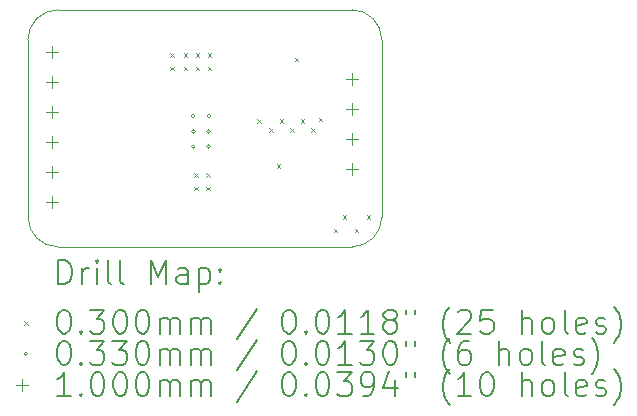
<source format=gbr>
%TF.GenerationSoftware,KiCad,Pcbnew,8.0.5*%
%TF.CreationDate,2024-10-21T19:45:32-04:00*%
%TF.ProjectId,DRV8871_PCB,44525638-3837-4315-9f50-43422e6b6963,rev?*%
%TF.SameCoordinates,Original*%
%TF.FileFunction,Drillmap*%
%TF.FilePolarity,Positive*%
%FSLAX45Y45*%
G04 Gerber Fmt 4.5, Leading zero omitted, Abs format (unit mm)*
G04 Created by KiCad (PCBNEW 8.0.5) date 2024-10-21 19:45:32*
%MOMM*%
%LPD*%
G01*
G04 APERTURE LIST*
%ADD10C,0.050000*%
%ADD11C,0.200000*%
%ADD12C,0.100000*%
G04 APERTURE END LIST*
D10*
X2997200Y-1752600D02*
G75*
G02*
X2743200Y-2006600I-254000J0D01*
G01*
X0Y-1752600D02*
X0Y-254000D01*
X254000Y-2006600D02*
G75*
G02*
X0Y-1752600I0J254000D01*
G01*
X0Y-254000D02*
G75*
G02*
X254000Y0I254000J0D01*
G01*
X254000Y0D02*
X2743200Y0D01*
X2997200Y-254000D02*
X2997200Y-1752600D01*
X2743200Y-2006600D02*
X254000Y-2006600D01*
X2743200Y0D02*
G75*
G02*
X2997200Y-254000I0J-254000D01*
G01*
D11*
D12*
X1204200Y-366000D02*
X1234200Y-396000D01*
X1234200Y-366000D02*
X1204200Y-396000D01*
X1204200Y-480300D02*
X1234200Y-510300D01*
X1234200Y-480300D02*
X1204200Y-510300D01*
X1318500Y-366000D02*
X1348500Y-396000D01*
X1348500Y-366000D02*
X1318500Y-396000D01*
X1318500Y-480300D02*
X1348500Y-510300D01*
X1348500Y-480300D02*
X1318500Y-510300D01*
X1407400Y-1382000D02*
X1437400Y-1412000D01*
X1437400Y-1382000D02*
X1407400Y-1412000D01*
X1407400Y-1496300D02*
X1437400Y-1526300D01*
X1437400Y-1496300D02*
X1407400Y-1526300D01*
X1420100Y-366000D02*
X1450100Y-396000D01*
X1450100Y-366000D02*
X1420100Y-396000D01*
X1420100Y-480300D02*
X1450100Y-510300D01*
X1450100Y-480300D02*
X1420100Y-510300D01*
X1509000Y-1382000D02*
X1539000Y-1412000D01*
X1539000Y-1382000D02*
X1509000Y-1412000D01*
X1509000Y-1496300D02*
X1539000Y-1526300D01*
X1539000Y-1496300D02*
X1509000Y-1526300D01*
X1521700Y-366000D02*
X1551700Y-396000D01*
X1551700Y-366000D02*
X1521700Y-396000D01*
X1521700Y-480300D02*
X1551700Y-510300D01*
X1551700Y-480300D02*
X1521700Y-510300D01*
X1940800Y-924800D02*
X1970800Y-954800D01*
X1970800Y-924800D02*
X1940800Y-954800D01*
X2042400Y-1001000D02*
X2072400Y-1031000D01*
X2072400Y-1001000D02*
X2042400Y-1031000D01*
X2105900Y-1305800D02*
X2135900Y-1335800D01*
X2135900Y-1305800D02*
X2105900Y-1335800D01*
X2131300Y-924800D02*
X2161300Y-954800D01*
X2161300Y-924800D02*
X2131300Y-954800D01*
X2220200Y-1001000D02*
X2250200Y-1031000D01*
X2250200Y-1001000D02*
X2220200Y-1031000D01*
X2258300Y-404100D02*
X2288300Y-434100D01*
X2288300Y-404100D02*
X2258300Y-434100D01*
X2309100Y-924800D02*
X2339100Y-954800D01*
X2339100Y-924800D02*
X2309100Y-954800D01*
X2398000Y-1001000D02*
X2428000Y-1031000D01*
X2428000Y-1001000D02*
X2398000Y-1031000D01*
X2461500Y-912100D02*
X2491500Y-942100D01*
X2491500Y-912100D02*
X2461500Y-942100D01*
X2588500Y-1851900D02*
X2618500Y-1881900D01*
X2618500Y-1851900D02*
X2588500Y-1881900D01*
X2664700Y-1737600D02*
X2694700Y-1767600D01*
X2694700Y-1737600D02*
X2664700Y-1767600D01*
X2766300Y-1851900D02*
X2796300Y-1881900D01*
X2796300Y-1851900D02*
X2766300Y-1881900D01*
X2867900Y-1737600D02*
X2897900Y-1767600D01*
X2897900Y-1737600D02*
X2867900Y-1767600D01*
X1416600Y-898700D02*
G75*
G02*
X1383600Y-898700I-16500J0D01*
G01*
X1383600Y-898700D02*
G75*
G02*
X1416600Y-898700I16500J0D01*
G01*
X1416600Y-1028700D02*
G75*
G02*
X1383600Y-1028700I-16500J0D01*
G01*
X1383600Y-1028700D02*
G75*
G02*
X1416600Y-1028700I16500J0D01*
G01*
X1416600Y-1158700D02*
G75*
G02*
X1383600Y-1158700I-16500J0D01*
G01*
X1383600Y-1158700D02*
G75*
G02*
X1416600Y-1158700I16500J0D01*
G01*
X1546600Y-898700D02*
G75*
G02*
X1513600Y-898700I-16500J0D01*
G01*
X1513600Y-898700D02*
G75*
G02*
X1546600Y-898700I16500J0D01*
G01*
X1546600Y-1028700D02*
G75*
G02*
X1513600Y-1028700I-16500J0D01*
G01*
X1513600Y-1028700D02*
G75*
G02*
X1546600Y-1028700I16500J0D01*
G01*
X1546600Y-1158700D02*
G75*
G02*
X1513600Y-1158700I-16500J0D01*
G01*
X1513600Y-1158700D02*
G75*
G02*
X1546600Y-1158700I16500J0D01*
G01*
X203200Y-305600D02*
X203200Y-405600D01*
X153200Y-355600D02*
X253200Y-355600D01*
X203200Y-559600D02*
X203200Y-659600D01*
X153200Y-609600D02*
X253200Y-609600D01*
X203200Y-813600D02*
X203200Y-913600D01*
X153200Y-863600D02*
X253200Y-863600D01*
X203200Y-1067600D02*
X203200Y-1167600D01*
X153200Y-1117600D02*
X253200Y-1117600D01*
X203200Y-1321600D02*
X203200Y-1421600D01*
X153200Y-1371600D02*
X253200Y-1371600D01*
X203200Y-1575600D02*
X203200Y-1675600D01*
X153200Y-1625600D02*
X253200Y-1625600D01*
X2743200Y-533200D02*
X2743200Y-633200D01*
X2693200Y-583200D02*
X2793200Y-583200D01*
X2743200Y-787200D02*
X2743200Y-887200D01*
X2693200Y-837200D02*
X2793200Y-837200D01*
X2743200Y-1041200D02*
X2743200Y-1141200D01*
X2693200Y-1091200D02*
X2793200Y-1091200D01*
X2743200Y-1295200D02*
X2743200Y-1395200D01*
X2693200Y-1345200D02*
X2793200Y-1345200D01*
D11*
X258277Y-2320584D02*
X258277Y-2120584D01*
X258277Y-2120584D02*
X305896Y-2120584D01*
X305896Y-2120584D02*
X334467Y-2130108D01*
X334467Y-2130108D02*
X353515Y-2149155D01*
X353515Y-2149155D02*
X363039Y-2168203D01*
X363039Y-2168203D02*
X372562Y-2206298D01*
X372562Y-2206298D02*
X372562Y-2234870D01*
X372562Y-2234870D02*
X363039Y-2272965D01*
X363039Y-2272965D02*
X353515Y-2292012D01*
X353515Y-2292012D02*
X334467Y-2311060D01*
X334467Y-2311060D02*
X305896Y-2320584D01*
X305896Y-2320584D02*
X258277Y-2320584D01*
X458277Y-2320584D02*
X458277Y-2187250D01*
X458277Y-2225346D02*
X467801Y-2206298D01*
X467801Y-2206298D02*
X477324Y-2196774D01*
X477324Y-2196774D02*
X496372Y-2187250D01*
X496372Y-2187250D02*
X515420Y-2187250D01*
X582086Y-2320584D02*
X582086Y-2187250D01*
X582086Y-2120584D02*
X572563Y-2130108D01*
X572563Y-2130108D02*
X582086Y-2139631D01*
X582086Y-2139631D02*
X591610Y-2130108D01*
X591610Y-2130108D02*
X582086Y-2120584D01*
X582086Y-2120584D02*
X582086Y-2139631D01*
X705896Y-2320584D02*
X686848Y-2311060D01*
X686848Y-2311060D02*
X677324Y-2292012D01*
X677324Y-2292012D02*
X677324Y-2120584D01*
X810658Y-2320584D02*
X791610Y-2311060D01*
X791610Y-2311060D02*
X782086Y-2292012D01*
X782086Y-2292012D02*
X782086Y-2120584D01*
X1039229Y-2320584D02*
X1039229Y-2120584D01*
X1039229Y-2120584D02*
X1105896Y-2263441D01*
X1105896Y-2263441D02*
X1172563Y-2120584D01*
X1172563Y-2120584D02*
X1172563Y-2320584D01*
X1353515Y-2320584D02*
X1353515Y-2215822D01*
X1353515Y-2215822D02*
X1343991Y-2196774D01*
X1343991Y-2196774D02*
X1324944Y-2187250D01*
X1324944Y-2187250D02*
X1286848Y-2187250D01*
X1286848Y-2187250D02*
X1267801Y-2196774D01*
X1353515Y-2311060D02*
X1334467Y-2320584D01*
X1334467Y-2320584D02*
X1286848Y-2320584D01*
X1286848Y-2320584D02*
X1267801Y-2311060D01*
X1267801Y-2311060D02*
X1258277Y-2292012D01*
X1258277Y-2292012D02*
X1258277Y-2272965D01*
X1258277Y-2272965D02*
X1267801Y-2253917D01*
X1267801Y-2253917D02*
X1286848Y-2244393D01*
X1286848Y-2244393D02*
X1334467Y-2244393D01*
X1334467Y-2244393D02*
X1353515Y-2234870D01*
X1448753Y-2187250D02*
X1448753Y-2387250D01*
X1448753Y-2196774D02*
X1467801Y-2187250D01*
X1467801Y-2187250D02*
X1505896Y-2187250D01*
X1505896Y-2187250D02*
X1524943Y-2196774D01*
X1524943Y-2196774D02*
X1534467Y-2206298D01*
X1534467Y-2206298D02*
X1543991Y-2225346D01*
X1543991Y-2225346D02*
X1543991Y-2282489D01*
X1543991Y-2282489D02*
X1534467Y-2301536D01*
X1534467Y-2301536D02*
X1524943Y-2311060D01*
X1524943Y-2311060D02*
X1505896Y-2320584D01*
X1505896Y-2320584D02*
X1467801Y-2320584D01*
X1467801Y-2320584D02*
X1448753Y-2311060D01*
X1629705Y-2301536D02*
X1639229Y-2311060D01*
X1639229Y-2311060D02*
X1629705Y-2320584D01*
X1629705Y-2320584D02*
X1620182Y-2311060D01*
X1620182Y-2311060D02*
X1629705Y-2301536D01*
X1629705Y-2301536D02*
X1629705Y-2320584D01*
X1629705Y-2196774D02*
X1639229Y-2206298D01*
X1639229Y-2206298D02*
X1629705Y-2215822D01*
X1629705Y-2215822D02*
X1620182Y-2206298D01*
X1620182Y-2206298D02*
X1629705Y-2196774D01*
X1629705Y-2196774D02*
X1629705Y-2215822D01*
D12*
X-32500Y-2634100D02*
X-2500Y-2664100D01*
X-2500Y-2634100D02*
X-32500Y-2664100D01*
D11*
X296372Y-2540584D02*
X315420Y-2540584D01*
X315420Y-2540584D02*
X334467Y-2550108D01*
X334467Y-2550108D02*
X343991Y-2559631D01*
X343991Y-2559631D02*
X353515Y-2578679D01*
X353515Y-2578679D02*
X363039Y-2616774D01*
X363039Y-2616774D02*
X363039Y-2664393D01*
X363039Y-2664393D02*
X353515Y-2702489D01*
X353515Y-2702489D02*
X343991Y-2721536D01*
X343991Y-2721536D02*
X334467Y-2731060D01*
X334467Y-2731060D02*
X315420Y-2740584D01*
X315420Y-2740584D02*
X296372Y-2740584D01*
X296372Y-2740584D02*
X277324Y-2731060D01*
X277324Y-2731060D02*
X267801Y-2721536D01*
X267801Y-2721536D02*
X258277Y-2702489D01*
X258277Y-2702489D02*
X248753Y-2664393D01*
X248753Y-2664393D02*
X248753Y-2616774D01*
X248753Y-2616774D02*
X258277Y-2578679D01*
X258277Y-2578679D02*
X267801Y-2559631D01*
X267801Y-2559631D02*
X277324Y-2550108D01*
X277324Y-2550108D02*
X296372Y-2540584D01*
X448753Y-2721536D02*
X458277Y-2731060D01*
X458277Y-2731060D02*
X448753Y-2740584D01*
X448753Y-2740584D02*
X439229Y-2731060D01*
X439229Y-2731060D02*
X448753Y-2721536D01*
X448753Y-2721536D02*
X448753Y-2740584D01*
X524944Y-2540584D02*
X648753Y-2540584D01*
X648753Y-2540584D02*
X582086Y-2616774D01*
X582086Y-2616774D02*
X610658Y-2616774D01*
X610658Y-2616774D02*
X629705Y-2626298D01*
X629705Y-2626298D02*
X639229Y-2635822D01*
X639229Y-2635822D02*
X648753Y-2654870D01*
X648753Y-2654870D02*
X648753Y-2702489D01*
X648753Y-2702489D02*
X639229Y-2721536D01*
X639229Y-2721536D02*
X629705Y-2731060D01*
X629705Y-2731060D02*
X610658Y-2740584D01*
X610658Y-2740584D02*
X553515Y-2740584D01*
X553515Y-2740584D02*
X534467Y-2731060D01*
X534467Y-2731060D02*
X524944Y-2721536D01*
X772562Y-2540584D02*
X791610Y-2540584D01*
X791610Y-2540584D02*
X810658Y-2550108D01*
X810658Y-2550108D02*
X820182Y-2559631D01*
X820182Y-2559631D02*
X829705Y-2578679D01*
X829705Y-2578679D02*
X839229Y-2616774D01*
X839229Y-2616774D02*
X839229Y-2664393D01*
X839229Y-2664393D02*
X829705Y-2702489D01*
X829705Y-2702489D02*
X820182Y-2721536D01*
X820182Y-2721536D02*
X810658Y-2731060D01*
X810658Y-2731060D02*
X791610Y-2740584D01*
X791610Y-2740584D02*
X772562Y-2740584D01*
X772562Y-2740584D02*
X753515Y-2731060D01*
X753515Y-2731060D02*
X743991Y-2721536D01*
X743991Y-2721536D02*
X734467Y-2702489D01*
X734467Y-2702489D02*
X724943Y-2664393D01*
X724943Y-2664393D02*
X724943Y-2616774D01*
X724943Y-2616774D02*
X734467Y-2578679D01*
X734467Y-2578679D02*
X743991Y-2559631D01*
X743991Y-2559631D02*
X753515Y-2550108D01*
X753515Y-2550108D02*
X772562Y-2540584D01*
X963039Y-2540584D02*
X982086Y-2540584D01*
X982086Y-2540584D02*
X1001134Y-2550108D01*
X1001134Y-2550108D02*
X1010658Y-2559631D01*
X1010658Y-2559631D02*
X1020182Y-2578679D01*
X1020182Y-2578679D02*
X1029705Y-2616774D01*
X1029705Y-2616774D02*
X1029705Y-2664393D01*
X1029705Y-2664393D02*
X1020182Y-2702489D01*
X1020182Y-2702489D02*
X1010658Y-2721536D01*
X1010658Y-2721536D02*
X1001134Y-2731060D01*
X1001134Y-2731060D02*
X982086Y-2740584D01*
X982086Y-2740584D02*
X963039Y-2740584D01*
X963039Y-2740584D02*
X943991Y-2731060D01*
X943991Y-2731060D02*
X934467Y-2721536D01*
X934467Y-2721536D02*
X924943Y-2702489D01*
X924943Y-2702489D02*
X915420Y-2664393D01*
X915420Y-2664393D02*
X915420Y-2616774D01*
X915420Y-2616774D02*
X924943Y-2578679D01*
X924943Y-2578679D02*
X934467Y-2559631D01*
X934467Y-2559631D02*
X943991Y-2550108D01*
X943991Y-2550108D02*
X963039Y-2540584D01*
X1115420Y-2740584D02*
X1115420Y-2607250D01*
X1115420Y-2626298D02*
X1124944Y-2616774D01*
X1124944Y-2616774D02*
X1143991Y-2607250D01*
X1143991Y-2607250D02*
X1172563Y-2607250D01*
X1172563Y-2607250D02*
X1191610Y-2616774D01*
X1191610Y-2616774D02*
X1201134Y-2635822D01*
X1201134Y-2635822D02*
X1201134Y-2740584D01*
X1201134Y-2635822D02*
X1210658Y-2616774D01*
X1210658Y-2616774D02*
X1229705Y-2607250D01*
X1229705Y-2607250D02*
X1258277Y-2607250D01*
X1258277Y-2607250D02*
X1277325Y-2616774D01*
X1277325Y-2616774D02*
X1286848Y-2635822D01*
X1286848Y-2635822D02*
X1286848Y-2740584D01*
X1382086Y-2740584D02*
X1382086Y-2607250D01*
X1382086Y-2626298D02*
X1391610Y-2616774D01*
X1391610Y-2616774D02*
X1410658Y-2607250D01*
X1410658Y-2607250D02*
X1439229Y-2607250D01*
X1439229Y-2607250D02*
X1458277Y-2616774D01*
X1458277Y-2616774D02*
X1467801Y-2635822D01*
X1467801Y-2635822D02*
X1467801Y-2740584D01*
X1467801Y-2635822D02*
X1477324Y-2616774D01*
X1477324Y-2616774D02*
X1496372Y-2607250D01*
X1496372Y-2607250D02*
X1524943Y-2607250D01*
X1524943Y-2607250D02*
X1543991Y-2616774D01*
X1543991Y-2616774D02*
X1553515Y-2635822D01*
X1553515Y-2635822D02*
X1553515Y-2740584D01*
X1943991Y-2531060D02*
X1772563Y-2788203D01*
X2201134Y-2540584D02*
X2220182Y-2540584D01*
X2220182Y-2540584D02*
X2239229Y-2550108D01*
X2239229Y-2550108D02*
X2248753Y-2559631D01*
X2248753Y-2559631D02*
X2258277Y-2578679D01*
X2258277Y-2578679D02*
X2267801Y-2616774D01*
X2267801Y-2616774D02*
X2267801Y-2664393D01*
X2267801Y-2664393D02*
X2258277Y-2702489D01*
X2258277Y-2702489D02*
X2248753Y-2721536D01*
X2248753Y-2721536D02*
X2239229Y-2731060D01*
X2239229Y-2731060D02*
X2220182Y-2740584D01*
X2220182Y-2740584D02*
X2201134Y-2740584D01*
X2201134Y-2740584D02*
X2182087Y-2731060D01*
X2182087Y-2731060D02*
X2172563Y-2721536D01*
X2172563Y-2721536D02*
X2163039Y-2702489D01*
X2163039Y-2702489D02*
X2153515Y-2664393D01*
X2153515Y-2664393D02*
X2153515Y-2616774D01*
X2153515Y-2616774D02*
X2163039Y-2578679D01*
X2163039Y-2578679D02*
X2172563Y-2559631D01*
X2172563Y-2559631D02*
X2182087Y-2550108D01*
X2182087Y-2550108D02*
X2201134Y-2540584D01*
X2353515Y-2721536D02*
X2363039Y-2731060D01*
X2363039Y-2731060D02*
X2353515Y-2740584D01*
X2353515Y-2740584D02*
X2343991Y-2731060D01*
X2343991Y-2731060D02*
X2353515Y-2721536D01*
X2353515Y-2721536D02*
X2353515Y-2740584D01*
X2486848Y-2540584D02*
X2505896Y-2540584D01*
X2505896Y-2540584D02*
X2524944Y-2550108D01*
X2524944Y-2550108D02*
X2534468Y-2559631D01*
X2534468Y-2559631D02*
X2543991Y-2578679D01*
X2543991Y-2578679D02*
X2553515Y-2616774D01*
X2553515Y-2616774D02*
X2553515Y-2664393D01*
X2553515Y-2664393D02*
X2543991Y-2702489D01*
X2543991Y-2702489D02*
X2534468Y-2721536D01*
X2534468Y-2721536D02*
X2524944Y-2731060D01*
X2524944Y-2731060D02*
X2505896Y-2740584D01*
X2505896Y-2740584D02*
X2486848Y-2740584D01*
X2486848Y-2740584D02*
X2467801Y-2731060D01*
X2467801Y-2731060D02*
X2458277Y-2721536D01*
X2458277Y-2721536D02*
X2448753Y-2702489D01*
X2448753Y-2702489D02*
X2439229Y-2664393D01*
X2439229Y-2664393D02*
X2439229Y-2616774D01*
X2439229Y-2616774D02*
X2448753Y-2578679D01*
X2448753Y-2578679D02*
X2458277Y-2559631D01*
X2458277Y-2559631D02*
X2467801Y-2550108D01*
X2467801Y-2550108D02*
X2486848Y-2540584D01*
X2743991Y-2740584D02*
X2629706Y-2740584D01*
X2686848Y-2740584D02*
X2686848Y-2540584D01*
X2686848Y-2540584D02*
X2667801Y-2569155D01*
X2667801Y-2569155D02*
X2648753Y-2588203D01*
X2648753Y-2588203D02*
X2629706Y-2597727D01*
X2934467Y-2740584D02*
X2820182Y-2740584D01*
X2877325Y-2740584D02*
X2877325Y-2540584D01*
X2877325Y-2540584D02*
X2858277Y-2569155D01*
X2858277Y-2569155D02*
X2839229Y-2588203D01*
X2839229Y-2588203D02*
X2820182Y-2597727D01*
X3048753Y-2626298D02*
X3029706Y-2616774D01*
X3029706Y-2616774D02*
X3020182Y-2607250D01*
X3020182Y-2607250D02*
X3010658Y-2588203D01*
X3010658Y-2588203D02*
X3010658Y-2578679D01*
X3010658Y-2578679D02*
X3020182Y-2559631D01*
X3020182Y-2559631D02*
X3029706Y-2550108D01*
X3029706Y-2550108D02*
X3048753Y-2540584D01*
X3048753Y-2540584D02*
X3086848Y-2540584D01*
X3086848Y-2540584D02*
X3105896Y-2550108D01*
X3105896Y-2550108D02*
X3115420Y-2559631D01*
X3115420Y-2559631D02*
X3124944Y-2578679D01*
X3124944Y-2578679D02*
X3124944Y-2588203D01*
X3124944Y-2588203D02*
X3115420Y-2607250D01*
X3115420Y-2607250D02*
X3105896Y-2616774D01*
X3105896Y-2616774D02*
X3086848Y-2626298D01*
X3086848Y-2626298D02*
X3048753Y-2626298D01*
X3048753Y-2626298D02*
X3029706Y-2635822D01*
X3029706Y-2635822D02*
X3020182Y-2645346D01*
X3020182Y-2645346D02*
X3010658Y-2664393D01*
X3010658Y-2664393D02*
X3010658Y-2702489D01*
X3010658Y-2702489D02*
X3020182Y-2721536D01*
X3020182Y-2721536D02*
X3029706Y-2731060D01*
X3029706Y-2731060D02*
X3048753Y-2740584D01*
X3048753Y-2740584D02*
X3086848Y-2740584D01*
X3086848Y-2740584D02*
X3105896Y-2731060D01*
X3105896Y-2731060D02*
X3115420Y-2721536D01*
X3115420Y-2721536D02*
X3124944Y-2702489D01*
X3124944Y-2702489D02*
X3124944Y-2664393D01*
X3124944Y-2664393D02*
X3115420Y-2645346D01*
X3115420Y-2645346D02*
X3105896Y-2635822D01*
X3105896Y-2635822D02*
X3086848Y-2626298D01*
X3201134Y-2540584D02*
X3201134Y-2578679D01*
X3277325Y-2540584D02*
X3277325Y-2578679D01*
X3572563Y-2816774D02*
X3563039Y-2807250D01*
X3563039Y-2807250D02*
X3543991Y-2778679D01*
X3543991Y-2778679D02*
X3534468Y-2759631D01*
X3534468Y-2759631D02*
X3524944Y-2731060D01*
X3524944Y-2731060D02*
X3515420Y-2683441D01*
X3515420Y-2683441D02*
X3515420Y-2645346D01*
X3515420Y-2645346D02*
X3524944Y-2597727D01*
X3524944Y-2597727D02*
X3534468Y-2569155D01*
X3534468Y-2569155D02*
X3543991Y-2550108D01*
X3543991Y-2550108D02*
X3563039Y-2521536D01*
X3563039Y-2521536D02*
X3572563Y-2512012D01*
X3639229Y-2559631D02*
X3648753Y-2550108D01*
X3648753Y-2550108D02*
X3667801Y-2540584D01*
X3667801Y-2540584D02*
X3715420Y-2540584D01*
X3715420Y-2540584D02*
X3734468Y-2550108D01*
X3734468Y-2550108D02*
X3743991Y-2559631D01*
X3743991Y-2559631D02*
X3753515Y-2578679D01*
X3753515Y-2578679D02*
X3753515Y-2597727D01*
X3753515Y-2597727D02*
X3743991Y-2626298D01*
X3743991Y-2626298D02*
X3629706Y-2740584D01*
X3629706Y-2740584D02*
X3753515Y-2740584D01*
X3934468Y-2540584D02*
X3839229Y-2540584D01*
X3839229Y-2540584D02*
X3829706Y-2635822D01*
X3829706Y-2635822D02*
X3839229Y-2626298D01*
X3839229Y-2626298D02*
X3858277Y-2616774D01*
X3858277Y-2616774D02*
X3905896Y-2616774D01*
X3905896Y-2616774D02*
X3924944Y-2626298D01*
X3924944Y-2626298D02*
X3934468Y-2635822D01*
X3934468Y-2635822D02*
X3943991Y-2654870D01*
X3943991Y-2654870D02*
X3943991Y-2702489D01*
X3943991Y-2702489D02*
X3934468Y-2721536D01*
X3934468Y-2721536D02*
X3924944Y-2731060D01*
X3924944Y-2731060D02*
X3905896Y-2740584D01*
X3905896Y-2740584D02*
X3858277Y-2740584D01*
X3858277Y-2740584D02*
X3839229Y-2731060D01*
X3839229Y-2731060D02*
X3829706Y-2721536D01*
X4182087Y-2740584D02*
X4182087Y-2540584D01*
X4267801Y-2740584D02*
X4267801Y-2635822D01*
X4267801Y-2635822D02*
X4258277Y-2616774D01*
X4258277Y-2616774D02*
X4239230Y-2607250D01*
X4239230Y-2607250D02*
X4210658Y-2607250D01*
X4210658Y-2607250D02*
X4191610Y-2616774D01*
X4191610Y-2616774D02*
X4182087Y-2626298D01*
X4391611Y-2740584D02*
X4372563Y-2731060D01*
X4372563Y-2731060D02*
X4363039Y-2721536D01*
X4363039Y-2721536D02*
X4353515Y-2702489D01*
X4353515Y-2702489D02*
X4353515Y-2645346D01*
X4353515Y-2645346D02*
X4363039Y-2626298D01*
X4363039Y-2626298D02*
X4372563Y-2616774D01*
X4372563Y-2616774D02*
X4391611Y-2607250D01*
X4391611Y-2607250D02*
X4420182Y-2607250D01*
X4420182Y-2607250D02*
X4439230Y-2616774D01*
X4439230Y-2616774D02*
X4448753Y-2626298D01*
X4448753Y-2626298D02*
X4458277Y-2645346D01*
X4458277Y-2645346D02*
X4458277Y-2702489D01*
X4458277Y-2702489D02*
X4448753Y-2721536D01*
X4448753Y-2721536D02*
X4439230Y-2731060D01*
X4439230Y-2731060D02*
X4420182Y-2740584D01*
X4420182Y-2740584D02*
X4391611Y-2740584D01*
X4572563Y-2740584D02*
X4553515Y-2731060D01*
X4553515Y-2731060D02*
X4543992Y-2712012D01*
X4543992Y-2712012D02*
X4543992Y-2540584D01*
X4724944Y-2731060D02*
X4705896Y-2740584D01*
X4705896Y-2740584D02*
X4667801Y-2740584D01*
X4667801Y-2740584D02*
X4648753Y-2731060D01*
X4648753Y-2731060D02*
X4639230Y-2712012D01*
X4639230Y-2712012D02*
X4639230Y-2635822D01*
X4639230Y-2635822D02*
X4648753Y-2616774D01*
X4648753Y-2616774D02*
X4667801Y-2607250D01*
X4667801Y-2607250D02*
X4705896Y-2607250D01*
X4705896Y-2607250D02*
X4724944Y-2616774D01*
X4724944Y-2616774D02*
X4734468Y-2635822D01*
X4734468Y-2635822D02*
X4734468Y-2654870D01*
X4734468Y-2654870D02*
X4639230Y-2673917D01*
X4810658Y-2731060D02*
X4829706Y-2740584D01*
X4829706Y-2740584D02*
X4867801Y-2740584D01*
X4867801Y-2740584D02*
X4886849Y-2731060D01*
X4886849Y-2731060D02*
X4896373Y-2712012D01*
X4896373Y-2712012D02*
X4896373Y-2702489D01*
X4896373Y-2702489D02*
X4886849Y-2683441D01*
X4886849Y-2683441D02*
X4867801Y-2673917D01*
X4867801Y-2673917D02*
X4839230Y-2673917D01*
X4839230Y-2673917D02*
X4820182Y-2664393D01*
X4820182Y-2664393D02*
X4810658Y-2645346D01*
X4810658Y-2645346D02*
X4810658Y-2635822D01*
X4810658Y-2635822D02*
X4820182Y-2616774D01*
X4820182Y-2616774D02*
X4839230Y-2607250D01*
X4839230Y-2607250D02*
X4867801Y-2607250D01*
X4867801Y-2607250D02*
X4886849Y-2616774D01*
X4963039Y-2816774D02*
X4972563Y-2807250D01*
X4972563Y-2807250D02*
X4991611Y-2778679D01*
X4991611Y-2778679D02*
X5001134Y-2759631D01*
X5001134Y-2759631D02*
X5010658Y-2731060D01*
X5010658Y-2731060D02*
X5020182Y-2683441D01*
X5020182Y-2683441D02*
X5020182Y-2645346D01*
X5020182Y-2645346D02*
X5010658Y-2597727D01*
X5010658Y-2597727D02*
X5001134Y-2569155D01*
X5001134Y-2569155D02*
X4991611Y-2550108D01*
X4991611Y-2550108D02*
X4972563Y-2521536D01*
X4972563Y-2521536D02*
X4963039Y-2512012D01*
D12*
X-2500Y-2913100D02*
G75*
G02*
X-35500Y-2913100I-16500J0D01*
G01*
X-35500Y-2913100D02*
G75*
G02*
X-2500Y-2913100I16500J0D01*
G01*
D11*
X296372Y-2804584D02*
X315420Y-2804584D01*
X315420Y-2804584D02*
X334467Y-2814108D01*
X334467Y-2814108D02*
X343991Y-2823631D01*
X343991Y-2823631D02*
X353515Y-2842679D01*
X353515Y-2842679D02*
X363039Y-2880774D01*
X363039Y-2880774D02*
X363039Y-2928393D01*
X363039Y-2928393D02*
X353515Y-2966488D01*
X353515Y-2966488D02*
X343991Y-2985536D01*
X343991Y-2985536D02*
X334467Y-2995060D01*
X334467Y-2995060D02*
X315420Y-3004584D01*
X315420Y-3004584D02*
X296372Y-3004584D01*
X296372Y-3004584D02*
X277324Y-2995060D01*
X277324Y-2995060D02*
X267801Y-2985536D01*
X267801Y-2985536D02*
X258277Y-2966488D01*
X258277Y-2966488D02*
X248753Y-2928393D01*
X248753Y-2928393D02*
X248753Y-2880774D01*
X248753Y-2880774D02*
X258277Y-2842679D01*
X258277Y-2842679D02*
X267801Y-2823631D01*
X267801Y-2823631D02*
X277324Y-2814108D01*
X277324Y-2814108D02*
X296372Y-2804584D01*
X448753Y-2985536D02*
X458277Y-2995060D01*
X458277Y-2995060D02*
X448753Y-3004584D01*
X448753Y-3004584D02*
X439229Y-2995060D01*
X439229Y-2995060D02*
X448753Y-2985536D01*
X448753Y-2985536D02*
X448753Y-3004584D01*
X524944Y-2804584D02*
X648753Y-2804584D01*
X648753Y-2804584D02*
X582086Y-2880774D01*
X582086Y-2880774D02*
X610658Y-2880774D01*
X610658Y-2880774D02*
X629705Y-2890298D01*
X629705Y-2890298D02*
X639229Y-2899822D01*
X639229Y-2899822D02*
X648753Y-2918869D01*
X648753Y-2918869D02*
X648753Y-2966488D01*
X648753Y-2966488D02*
X639229Y-2985536D01*
X639229Y-2985536D02*
X629705Y-2995060D01*
X629705Y-2995060D02*
X610658Y-3004584D01*
X610658Y-3004584D02*
X553515Y-3004584D01*
X553515Y-3004584D02*
X534467Y-2995060D01*
X534467Y-2995060D02*
X524944Y-2985536D01*
X715420Y-2804584D02*
X839229Y-2804584D01*
X839229Y-2804584D02*
X772562Y-2880774D01*
X772562Y-2880774D02*
X801134Y-2880774D01*
X801134Y-2880774D02*
X820182Y-2890298D01*
X820182Y-2890298D02*
X829705Y-2899822D01*
X829705Y-2899822D02*
X839229Y-2918869D01*
X839229Y-2918869D02*
X839229Y-2966488D01*
X839229Y-2966488D02*
X829705Y-2985536D01*
X829705Y-2985536D02*
X820182Y-2995060D01*
X820182Y-2995060D02*
X801134Y-3004584D01*
X801134Y-3004584D02*
X743991Y-3004584D01*
X743991Y-3004584D02*
X724943Y-2995060D01*
X724943Y-2995060D02*
X715420Y-2985536D01*
X963039Y-2804584D02*
X982086Y-2804584D01*
X982086Y-2804584D02*
X1001134Y-2814108D01*
X1001134Y-2814108D02*
X1010658Y-2823631D01*
X1010658Y-2823631D02*
X1020182Y-2842679D01*
X1020182Y-2842679D02*
X1029705Y-2880774D01*
X1029705Y-2880774D02*
X1029705Y-2928393D01*
X1029705Y-2928393D02*
X1020182Y-2966488D01*
X1020182Y-2966488D02*
X1010658Y-2985536D01*
X1010658Y-2985536D02*
X1001134Y-2995060D01*
X1001134Y-2995060D02*
X982086Y-3004584D01*
X982086Y-3004584D02*
X963039Y-3004584D01*
X963039Y-3004584D02*
X943991Y-2995060D01*
X943991Y-2995060D02*
X934467Y-2985536D01*
X934467Y-2985536D02*
X924943Y-2966488D01*
X924943Y-2966488D02*
X915420Y-2928393D01*
X915420Y-2928393D02*
X915420Y-2880774D01*
X915420Y-2880774D02*
X924943Y-2842679D01*
X924943Y-2842679D02*
X934467Y-2823631D01*
X934467Y-2823631D02*
X943991Y-2814108D01*
X943991Y-2814108D02*
X963039Y-2804584D01*
X1115420Y-3004584D02*
X1115420Y-2871250D01*
X1115420Y-2890298D02*
X1124944Y-2880774D01*
X1124944Y-2880774D02*
X1143991Y-2871250D01*
X1143991Y-2871250D02*
X1172563Y-2871250D01*
X1172563Y-2871250D02*
X1191610Y-2880774D01*
X1191610Y-2880774D02*
X1201134Y-2899822D01*
X1201134Y-2899822D02*
X1201134Y-3004584D01*
X1201134Y-2899822D02*
X1210658Y-2880774D01*
X1210658Y-2880774D02*
X1229705Y-2871250D01*
X1229705Y-2871250D02*
X1258277Y-2871250D01*
X1258277Y-2871250D02*
X1277325Y-2880774D01*
X1277325Y-2880774D02*
X1286848Y-2899822D01*
X1286848Y-2899822D02*
X1286848Y-3004584D01*
X1382086Y-3004584D02*
X1382086Y-2871250D01*
X1382086Y-2890298D02*
X1391610Y-2880774D01*
X1391610Y-2880774D02*
X1410658Y-2871250D01*
X1410658Y-2871250D02*
X1439229Y-2871250D01*
X1439229Y-2871250D02*
X1458277Y-2880774D01*
X1458277Y-2880774D02*
X1467801Y-2899822D01*
X1467801Y-2899822D02*
X1467801Y-3004584D01*
X1467801Y-2899822D02*
X1477324Y-2880774D01*
X1477324Y-2880774D02*
X1496372Y-2871250D01*
X1496372Y-2871250D02*
X1524943Y-2871250D01*
X1524943Y-2871250D02*
X1543991Y-2880774D01*
X1543991Y-2880774D02*
X1553515Y-2899822D01*
X1553515Y-2899822D02*
X1553515Y-3004584D01*
X1943991Y-2795060D02*
X1772563Y-3052203D01*
X2201134Y-2804584D02*
X2220182Y-2804584D01*
X2220182Y-2804584D02*
X2239229Y-2814108D01*
X2239229Y-2814108D02*
X2248753Y-2823631D01*
X2248753Y-2823631D02*
X2258277Y-2842679D01*
X2258277Y-2842679D02*
X2267801Y-2880774D01*
X2267801Y-2880774D02*
X2267801Y-2928393D01*
X2267801Y-2928393D02*
X2258277Y-2966488D01*
X2258277Y-2966488D02*
X2248753Y-2985536D01*
X2248753Y-2985536D02*
X2239229Y-2995060D01*
X2239229Y-2995060D02*
X2220182Y-3004584D01*
X2220182Y-3004584D02*
X2201134Y-3004584D01*
X2201134Y-3004584D02*
X2182087Y-2995060D01*
X2182087Y-2995060D02*
X2172563Y-2985536D01*
X2172563Y-2985536D02*
X2163039Y-2966488D01*
X2163039Y-2966488D02*
X2153515Y-2928393D01*
X2153515Y-2928393D02*
X2153515Y-2880774D01*
X2153515Y-2880774D02*
X2163039Y-2842679D01*
X2163039Y-2842679D02*
X2172563Y-2823631D01*
X2172563Y-2823631D02*
X2182087Y-2814108D01*
X2182087Y-2814108D02*
X2201134Y-2804584D01*
X2353515Y-2985536D02*
X2363039Y-2995060D01*
X2363039Y-2995060D02*
X2353515Y-3004584D01*
X2353515Y-3004584D02*
X2343991Y-2995060D01*
X2343991Y-2995060D02*
X2353515Y-2985536D01*
X2353515Y-2985536D02*
X2353515Y-3004584D01*
X2486848Y-2804584D02*
X2505896Y-2804584D01*
X2505896Y-2804584D02*
X2524944Y-2814108D01*
X2524944Y-2814108D02*
X2534468Y-2823631D01*
X2534468Y-2823631D02*
X2543991Y-2842679D01*
X2543991Y-2842679D02*
X2553515Y-2880774D01*
X2553515Y-2880774D02*
X2553515Y-2928393D01*
X2553515Y-2928393D02*
X2543991Y-2966488D01*
X2543991Y-2966488D02*
X2534468Y-2985536D01*
X2534468Y-2985536D02*
X2524944Y-2995060D01*
X2524944Y-2995060D02*
X2505896Y-3004584D01*
X2505896Y-3004584D02*
X2486848Y-3004584D01*
X2486848Y-3004584D02*
X2467801Y-2995060D01*
X2467801Y-2995060D02*
X2458277Y-2985536D01*
X2458277Y-2985536D02*
X2448753Y-2966488D01*
X2448753Y-2966488D02*
X2439229Y-2928393D01*
X2439229Y-2928393D02*
X2439229Y-2880774D01*
X2439229Y-2880774D02*
X2448753Y-2842679D01*
X2448753Y-2842679D02*
X2458277Y-2823631D01*
X2458277Y-2823631D02*
X2467801Y-2814108D01*
X2467801Y-2814108D02*
X2486848Y-2804584D01*
X2743991Y-3004584D02*
X2629706Y-3004584D01*
X2686848Y-3004584D02*
X2686848Y-2804584D01*
X2686848Y-2804584D02*
X2667801Y-2833155D01*
X2667801Y-2833155D02*
X2648753Y-2852203D01*
X2648753Y-2852203D02*
X2629706Y-2861727D01*
X2810658Y-2804584D02*
X2934467Y-2804584D01*
X2934467Y-2804584D02*
X2867801Y-2880774D01*
X2867801Y-2880774D02*
X2896372Y-2880774D01*
X2896372Y-2880774D02*
X2915420Y-2890298D01*
X2915420Y-2890298D02*
X2924944Y-2899822D01*
X2924944Y-2899822D02*
X2934467Y-2918869D01*
X2934467Y-2918869D02*
X2934467Y-2966488D01*
X2934467Y-2966488D02*
X2924944Y-2985536D01*
X2924944Y-2985536D02*
X2915420Y-2995060D01*
X2915420Y-2995060D02*
X2896372Y-3004584D01*
X2896372Y-3004584D02*
X2839229Y-3004584D01*
X2839229Y-3004584D02*
X2820182Y-2995060D01*
X2820182Y-2995060D02*
X2810658Y-2985536D01*
X3058277Y-2804584D02*
X3077325Y-2804584D01*
X3077325Y-2804584D02*
X3096372Y-2814108D01*
X3096372Y-2814108D02*
X3105896Y-2823631D01*
X3105896Y-2823631D02*
X3115420Y-2842679D01*
X3115420Y-2842679D02*
X3124944Y-2880774D01*
X3124944Y-2880774D02*
X3124944Y-2928393D01*
X3124944Y-2928393D02*
X3115420Y-2966488D01*
X3115420Y-2966488D02*
X3105896Y-2985536D01*
X3105896Y-2985536D02*
X3096372Y-2995060D01*
X3096372Y-2995060D02*
X3077325Y-3004584D01*
X3077325Y-3004584D02*
X3058277Y-3004584D01*
X3058277Y-3004584D02*
X3039229Y-2995060D01*
X3039229Y-2995060D02*
X3029706Y-2985536D01*
X3029706Y-2985536D02*
X3020182Y-2966488D01*
X3020182Y-2966488D02*
X3010658Y-2928393D01*
X3010658Y-2928393D02*
X3010658Y-2880774D01*
X3010658Y-2880774D02*
X3020182Y-2842679D01*
X3020182Y-2842679D02*
X3029706Y-2823631D01*
X3029706Y-2823631D02*
X3039229Y-2814108D01*
X3039229Y-2814108D02*
X3058277Y-2804584D01*
X3201134Y-2804584D02*
X3201134Y-2842679D01*
X3277325Y-2804584D02*
X3277325Y-2842679D01*
X3572563Y-3080774D02*
X3563039Y-3071250D01*
X3563039Y-3071250D02*
X3543991Y-3042679D01*
X3543991Y-3042679D02*
X3534468Y-3023631D01*
X3534468Y-3023631D02*
X3524944Y-2995060D01*
X3524944Y-2995060D02*
X3515420Y-2947441D01*
X3515420Y-2947441D02*
X3515420Y-2909346D01*
X3515420Y-2909346D02*
X3524944Y-2861727D01*
X3524944Y-2861727D02*
X3534468Y-2833155D01*
X3534468Y-2833155D02*
X3543991Y-2814108D01*
X3543991Y-2814108D02*
X3563039Y-2785536D01*
X3563039Y-2785536D02*
X3572563Y-2776012D01*
X3734468Y-2804584D02*
X3696372Y-2804584D01*
X3696372Y-2804584D02*
X3677325Y-2814108D01*
X3677325Y-2814108D02*
X3667801Y-2823631D01*
X3667801Y-2823631D02*
X3648753Y-2852203D01*
X3648753Y-2852203D02*
X3639229Y-2890298D01*
X3639229Y-2890298D02*
X3639229Y-2966488D01*
X3639229Y-2966488D02*
X3648753Y-2985536D01*
X3648753Y-2985536D02*
X3658277Y-2995060D01*
X3658277Y-2995060D02*
X3677325Y-3004584D01*
X3677325Y-3004584D02*
X3715420Y-3004584D01*
X3715420Y-3004584D02*
X3734468Y-2995060D01*
X3734468Y-2995060D02*
X3743991Y-2985536D01*
X3743991Y-2985536D02*
X3753515Y-2966488D01*
X3753515Y-2966488D02*
X3753515Y-2918869D01*
X3753515Y-2918869D02*
X3743991Y-2899822D01*
X3743991Y-2899822D02*
X3734468Y-2890298D01*
X3734468Y-2890298D02*
X3715420Y-2880774D01*
X3715420Y-2880774D02*
X3677325Y-2880774D01*
X3677325Y-2880774D02*
X3658277Y-2890298D01*
X3658277Y-2890298D02*
X3648753Y-2899822D01*
X3648753Y-2899822D02*
X3639229Y-2918869D01*
X3991610Y-3004584D02*
X3991610Y-2804584D01*
X4077325Y-3004584D02*
X4077325Y-2899822D01*
X4077325Y-2899822D02*
X4067801Y-2880774D01*
X4067801Y-2880774D02*
X4048753Y-2871250D01*
X4048753Y-2871250D02*
X4020182Y-2871250D01*
X4020182Y-2871250D02*
X4001134Y-2880774D01*
X4001134Y-2880774D02*
X3991610Y-2890298D01*
X4201134Y-3004584D02*
X4182087Y-2995060D01*
X4182087Y-2995060D02*
X4172563Y-2985536D01*
X4172563Y-2985536D02*
X4163039Y-2966488D01*
X4163039Y-2966488D02*
X4163039Y-2909346D01*
X4163039Y-2909346D02*
X4172563Y-2890298D01*
X4172563Y-2890298D02*
X4182087Y-2880774D01*
X4182087Y-2880774D02*
X4201134Y-2871250D01*
X4201134Y-2871250D02*
X4229706Y-2871250D01*
X4229706Y-2871250D02*
X4248753Y-2880774D01*
X4248753Y-2880774D02*
X4258277Y-2890298D01*
X4258277Y-2890298D02*
X4267801Y-2909346D01*
X4267801Y-2909346D02*
X4267801Y-2966488D01*
X4267801Y-2966488D02*
X4258277Y-2985536D01*
X4258277Y-2985536D02*
X4248753Y-2995060D01*
X4248753Y-2995060D02*
X4229706Y-3004584D01*
X4229706Y-3004584D02*
X4201134Y-3004584D01*
X4382087Y-3004584D02*
X4363039Y-2995060D01*
X4363039Y-2995060D02*
X4353515Y-2976012D01*
X4353515Y-2976012D02*
X4353515Y-2804584D01*
X4534468Y-2995060D02*
X4515420Y-3004584D01*
X4515420Y-3004584D02*
X4477325Y-3004584D01*
X4477325Y-3004584D02*
X4458277Y-2995060D01*
X4458277Y-2995060D02*
X4448753Y-2976012D01*
X4448753Y-2976012D02*
X4448753Y-2899822D01*
X4448753Y-2899822D02*
X4458277Y-2880774D01*
X4458277Y-2880774D02*
X4477325Y-2871250D01*
X4477325Y-2871250D02*
X4515420Y-2871250D01*
X4515420Y-2871250D02*
X4534468Y-2880774D01*
X4534468Y-2880774D02*
X4543992Y-2899822D01*
X4543992Y-2899822D02*
X4543992Y-2918869D01*
X4543992Y-2918869D02*
X4448753Y-2937917D01*
X4620182Y-2995060D02*
X4639230Y-3004584D01*
X4639230Y-3004584D02*
X4677325Y-3004584D01*
X4677325Y-3004584D02*
X4696373Y-2995060D01*
X4696373Y-2995060D02*
X4705896Y-2976012D01*
X4705896Y-2976012D02*
X4705896Y-2966488D01*
X4705896Y-2966488D02*
X4696373Y-2947441D01*
X4696373Y-2947441D02*
X4677325Y-2937917D01*
X4677325Y-2937917D02*
X4648753Y-2937917D01*
X4648753Y-2937917D02*
X4629706Y-2928393D01*
X4629706Y-2928393D02*
X4620182Y-2909346D01*
X4620182Y-2909346D02*
X4620182Y-2899822D01*
X4620182Y-2899822D02*
X4629706Y-2880774D01*
X4629706Y-2880774D02*
X4648753Y-2871250D01*
X4648753Y-2871250D02*
X4677325Y-2871250D01*
X4677325Y-2871250D02*
X4696373Y-2880774D01*
X4772563Y-3080774D02*
X4782087Y-3071250D01*
X4782087Y-3071250D02*
X4801134Y-3042679D01*
X4801134Y-3042679D02*
X4810658Y-3023631D01*
X4810658Y-3023631D02*
X4820182Y-2995060D01*
X4820182Y-2995060D02*
X4829706Y-2947441D01*
X4829706Y-2947441D02*
X4829706Y-2909346D01*
X4829706Y-2909346D02*
X4820182Y-2861727D01*
X4820182Y-2861727D02*
X4810658Y-2833155D01*
X4810658Y-2833155D02*
X4801134Y-2814108D01*
X4801134Y-2814108D02*
X4782087Y-2785536D01*
X4782087Y-2785536D02*
X4772563Y-2776012D01*
D12*
X-52500Y-3127100D02*
X-52500Y-3227100D01*
X-102500Y-3177100D02*
X-2500Y-3177100D01*
D11*
X363039Y-3268584D02*
X248753Y-3268584D01*
X305896Y-3268584D02*
X305896Y-3068584D01*
X305896Y-3068584D02*
X286848Y-3097155D01*
X286848Y-3097155D02*
X267801Y-3116203D01*
X267801Y-3116203D02*
X248753Y-3125727D01*
X448753Y-3249536D02*
X458277Y-3259060D01*
X458277Y-3259060D02*
X448753Y-3268584D01*
X448753Y-3268584D02*
X439229Y-3259060D01*
X439229Y-3259060D02*
X448753Y-3249536D01*
X448753Y-3249536D02*
X448753Y-3268584D01*
X582086Y-3068584D02*
X601134Y-3068584D01*
X601134Y-3068584D02*
X620182Y-3078108D01*
X620182Y-3078108D02*
X629705Y-3087631D01*
X629705Y-3087631D02*
X639229Y-3106679D01*
X639229Y-3106679D02*
X648753Y-3144774D01*
X648753Y-3144774D02*
X648753Y-3192393D01*
X648753Y-3192393D02*
X639229Y-3230488D01*
X639229Y-3230488D02*
X629705Y-3249536D01*
X629705Y-3249536D02*
X620182Y-3259060D01*
X620182Y-3259060D02*
X601134Y-3268584D01*
X601134Y-3268584D02*
X582086Y-3268584D01*
X582086Y-3268584D02*
X563039Y-3259060D01*
X563039Y-3259060D02*
X553515Y-3249536D01*
X553515Y-3249536D02*
X543991Y-3230488D01*
X543991Y-3230488D02*
X534467Y-3192393D01*
X534467Y-3192393D02*
X534467Y-3144774D01*
X534467Y-3144774D02*
X543991Y-3106679D01*
X543991Y-3106679D02*
X553515Y-3087631D01*
X553515Y-3087631D02*
X563039Y-3078108D01*
X563039Y-3078108D02*
X582086Y-3068584D01*
X772562Y-3068584D02*
X791610Y-3068584D01*
X791610Y-3068584D02*
X810658Y-3078108D01*
X810658Y-3078108D02*
X820182Y-3087631D01*
X820182Y-3087631D02*
X829705Y-3106679D01*
X829705Y-3106679D02*
X839229Y-3144774D01*
X839229Y-3144774D02*
X839229Y-3192393D01*
X839229Y-3192393D02*
X829705Y-3230488D01*
X829705Y-3230488D02*
X820182Y-3249536D01*
X820182Y-3249536D02*
X810658Y-3259060D01*
X810658Y-3259060D02*
X791610Y-3268584D01*
X791610Y-3268584D02*
X772562Y-3268584D01*
X772562Y-3268584D02*
X753515Y-3259060D01*
X753515Y-3259060D02*
X743991Y-3249536D01*
X743991Y-3249536D02*
X734467Y-3230488D01*
X734467Y-3230488D02*
X724943Y-3192393D01*
X724943Y-3192393D02*
X724943Y-3144774D01*
X724943Y-3144774D02*
X734467Y-3106679D01*
X734467Y-3106679D02*
X743991Y-3087631D01*
X743991Y-3087631D02*
X753515Y-3078108D01*
X753515Y-3078108D02*
X772562Y-3068584D01*
X963039Y-3068584D02*
X982086Y-3068584D01*
X982086Y-3068584D02*
X1001134Y-3078108D01*
X1001134Y-3078108D02*
X1010658Y-3087631D01*
X1010658Y-3087631D02*
X1020182Y-3106679D01*
X1020182Y-3106679D02*
X1029705Y-3144774D01*
X1029705Y-3144774D02*
X1029705Y-3192393D01*
X1029705Y-3192393D02*
X1020182Y-3230488D01*
X1020182Y-3230488D02*
X1010658Y-3249536D01*
X1010658Y-3249536D02*
X1001134Y-3259060D01*
X1001134Y-3259060D02*
X982086Y-3268584D01*
X982086Y-3268584D02*
X963039Y-3268584D01*
X963039Y-3268584D02*
X943991Y-3259060D01*
X943991Y-3259060D02*
X934467Y-3249536D01*
X934467Y-3249536D02*
X924943Y-3230488D01*
X924943Y-3230488D02*
X915420Y-3192393D01*
X915420Y-3192393D02*
X915420Y-3144774D01*
X915420Y-3144774D02*
X924943Y-3106679D01*
X924943Y-3106679D02*
X934467Y-3087631D01*
X934467Y-3087631D02*
X943991Y-3078108D01*
X943991Y-3078108D02*
X963039Y-3068584D01*
X1115420Y-3268584D02*
X1115420Y-3135250D01*
X1115420Y-3154298D02*
X1124944Y-3144774D01*
X1124944Y-3144774D02*
X1143991Y-3135250D01*
X1143991Y-3135250D02*
X1172563Y-3135250D01*
X1172563Y-3135250D02*
X1191610Y-3144774D01*
X1191610Y-3144774D02*
X1201134Y-3163822D01*
X1201134Y-3163822D02*
X1201134Y-3268584D01*
X1201134Y-3163822D02*
X1210658Y-3144774D01*
X1210658Y-3144774D02*
X1229705Y-3135250D01*
X1229705Y-3135250D02*
X1258277Y-3135250D01*
X1258277Y-3135250D02*
X1277325Y-3144774D01*
X1277325Y-3144774D02*
X1286848Y-3163822D01*
X1286848Y-3163822D02*
X1286848Y-3268584D01*
X1382086Y-3268584D02*
X1382086Y-3135250D01*
X1382086Y-3154298D02*
X1391610Y-3144774D01*
X1391610Y-3144774D02*
X1410658Y-3135250D01*
X1410658Y-3135250D02*
X1439229Y-3135250D01*
X1439229Y-3135250D02*
X1458277Y-3144774D01*
X1458277Y-3144774D02*
X1467801Y-3163822D01*
X1467801Y-3163822D02*
X1467801Y-3268584D01*
X1467801Y-3163822D02*
X1477324Y-3144774D01*
X1477324Y-3144774D02*
X1496372Y-3135250D01*
X1496372Y-3135250D02*
X1524943Y-3135250D01*
X1524943Y-3135250D02*
X1543991Y-3144774D01*
X1543991Y-3144774D02*
X1553515Y-3163822D01*
X1553515Y-3163822D02*
X1553515Y-3268584D01*
X1943991Y-3059060D02*
X1772563Y-3316203D01*
X2201134Y-3068584D02*
X2220182Y-3068584D01*
X2220182Y-3068584D02*
X2239229Y-3078108D01*
X2239229Y-3078108D02*
X2248753Y-3087631D01*
X2248753Y-3087631D02*
X2258277Y-3106679D01*
X2258277Y-3106679D02*
X2267801Y-3144774D01*
X2267801Y-3144774D02*
X2267801Y-3192393D01*
X2267801Y-3192393D02*
X2258277Y-3230488D01*
X2258277Y-3230488D02*
X2248753Y-3249536D01*
X2248753Y-3249536D02*
X2239229Y-3259060D01*
X2239229Y-3259060D02*
X2220182Y-3268584D01*
X2220182Y-3268584D02*
X2201134Y-3268584D01*
X2201134Y-3268584D02*
X2182087Y-3259060D01*
X2182087Y-3259060D02*
X2172563Y-3249536D01*
X2172563Y-3249536D02*
X2163039Y-3230488D01*
X2163039Y-3230488D02*
X2153515Y-3192393D01*
X2153515Y-3192393D02*
X2153515Y-3144774D01*
X2153515Y-3144774D02*
X2163039Y-3106679D01*
X2163039Y-3106679D02*
X2172563Y-3087631D01*
X2172563Y-3087631D02*
X2182087Y-3078108D01*
X2182087Y-3078108D02*
X2201134Y-3068584D01*
X2353515Y-3249536D02*
X2363039Y-3259060D01*
X2363039Y-3259060D02*
X2353515Y-3268584D01*
X2353515Y-3268584D02*
X2343991Y-3259060D01*
X2343991Y-3259060D02*
X2353515Y-3249536D01*
X2353515Y-3249536D02*
X2353515Y-3268584D01*
X2486848Y-3068584D02*
X2505896Y-3068584D01*
X2505896Y-3068584D02*
X2524944Y-3078108D01*
X2524944Y-3078108D02*
X2534468Y-3087631D01*
X2534468Y-3087631D02*
X2543991Y-3106679D01*
X2543991Y-3106679D02*
X2553515Y-3144774D01*
X2553515Y-3144774D02*
X2553515Y-3192393D01*
X2553515Y-3192393D02*
X2543991Y-3230488D01*
X2543991Y-3230488D02*
X2534468Y-3249536D01*
X2534468Y-3249536D02*
X2524944Y-3259060D01*
X2524944Y-3259060D02*
X2505896Y-3268584D01*
X2505896Y-3268584D02*
X2486848Y-3268584D01*
X2486848Y-3268584D02*
X2467801Y-3259060D01*
X2467801Y-3259060D02*
X2458277Y-3249536D01*
X2458277Y-3249536D02*
X2448753Y-3230488D01*
X2448753Y-3230488D02*
X2439229Y-3192393D01*
X2439229Y-3192393D02*
X2439229Y-3144774D01*
X2439229Y-3144774D02*
X2448753Y-3106679D01*
X2448753Y-3106679D02*
X2458277Y-3087631D01*
X2458277Y-3087631D02*
X2467801Y-3078108D01*
X2467801Y-3078108D02*
X2486848Y-3068584D01*
X2620182Y-3068584D02*
X2743991Y-3068584D01*
X2743991Y-3068584D02*
X2677325Y-3144774D01*
X2677325Y-3144774D02*
X2705896Y-3144774D01*
X2705896Y-3144774D02*
X2724944Y-3154298D01*
X2724944Y-3154298D02*
X2734468Y-3163822D01*
X2734468Y-3163822D02*
X2743991Y-3182869D01*
X2743991Y-3182869D02*
X2743991Y-3230488D01*
X2743991Y-3230488D02*
X2734468Y-3249536D01*
X2734468Y-3249536D02*
X2724944Y-3259060D01*
X2724944Y-3259060D02*
X2705896Y-3268584D01*
X2705896Y-3268584D02*
X2648753Y-3268584D01*
X2648753Y-3268584D02*
X2629706Y-3259060D01*
X2629706Y-3259060D02*
X2620182Y-3249536D01*
X2839229Y-3268584D02*
X2877325Y-3268584D01*
X2877325Y-3268584D02*
X2896372Y-3259060D01*
X2896372Y-3259060D02*
X2905896Y-3249536D01*
X2905896Y-3249536D02*
X2924944Y-3220965D01*
X2924944Y-3220965D02*
X2934467Y-3182869D01*
X2934467Y-3182869D02*
X2934467Y-3106679D01*
X2934467Y-3106679D02*
X2924944Y-3087631D01*
X2924944Y-3087631D02*
X2915420Y-3078108D01*
X2915420Y-3078108D02*
X2896372Y-3068584D01*
X2896372Y-3068584D02*
X2858277Y-3068584D01*
X2858277Y-3068584D02*
X2839229Y-3078108D01*
X2839229Y-3078108D02*
X2829706Y-3087631D01*
X2829706Y-3087631D02*
X2820182Y-3106679D01*
X2820182Y-3106679D02*
X2820182Y-3154298D01*
X2820182Y-3154298D02*
X2829706Y-3173346D01*
X2829706Y-3173346D02*
X2839229Y-3182869D01*
X2839229Y-3182869D02*
X2858277Y-3192393D01*
X2858277Y-3192393D02*
X2896372Y-3192393D01*
X2896372Y-3192393D02*
X2915420Y-3182869D01*
X2915420Y-3182869D02*
X2924944Y-3173346D01*
X2924944Y-3173346D02*
X2934467Y-3154298D01*
X3105896Y-3135250D02*
X3105896Y-3268584D01*
X3058277Y-3059060D02*
X3010658Y-3201917D01*
X3010658Y-3201917D02*
X3134467Y-3201917D01*
X3201134Y-3068584D02*
X3201134Y-3106679D01*
X3277325Y-3068584D02*
X3277325Y-3106679D01*
X3572563Y-3344774D02*
X3563039Y-3335250D01*
X3563039Y-3335250D02*
X3543991Y-3306679D01*
X3543991Y-3306679D02*
X3534468Y-3287631D01*
X3534468Y-3287631D02*
X3524944Y-3259060D01*
X3524944Y-3259060D02*
X3515420Y-3211441D01*
X3515420Y-3211441D02*
X3515420Y-3173346D01*
X3515420Y-3173346D02*
X3524944Y-3125727D01*
X3524944Y-3125727D02*
X3534468Y-3097155D01*
X3534468Y-3097155D02*
X3543991Y-3078108D01*
X3543991Y-3078108D02*
X3563039Y-3049536D01*
X3563039Y-3049536D02*
X3572563Y-3040012D01*
X3753515Y-3268584D02*
X3639229Y-3268584D01*
X3696372Y-3268584D02*
X3696372Y-3068584D01*
X3696372Y-3068584D02*
X3677325Y-3097155D01*
X3677325Y-3097155D02*
X3658277Y-3116203D01*
X3658277Y-3116203D02*
X3639229Y-3125727D01*
X3877325Y-3068584D02*
X3896372Y-3068584D01*
X3896372Y-3068584D02*
X3915420Y-3078108D01*
X3915420Y-3078108D02*
X3924944Y-3087631D01*
X3924944Y-3087631D02*
X3934468Y-3106679D01*
X3934468Y-3106679D02*
X3943991Y-3144774D01*
X3943991Y-3144774D02*
X3943991Y-3192393D01*
X3943991Y-3192393D02*
X3934468Y-3230488D01*
X3934468Y-3230488D02*
X3924944Y-3249536D01*
X3924944Y-3249536D02*
X3915420Y-3259060D01*
X3915420Y-3259060D02*
X3896372Y-3268584D01*
X3896372Y-3268584D02*
X3877325Y-3268584D01*
X3877325Y-3268584D02*
X3858277Y-3259060D01*
X3858277Y-3259060D02*
X3848753Y-3249536D01*
X3848753Y-3249536D02*
X3839229Y-3230488D01*
X3839229Y-3230488D02*
X3829706Y-3192393D01*
X3829706Y-3192393D02*
X3829706Y-3144774D01*
X3829706Y-3144774D02*
X3839229Y-3106679D01*
X3839229Y-3106679D02*
X3848753Y-3087631D01*
X3848753Y-3087631D02*
X3858277Y-3078108D01*
X3858277Y-3078108D02*
X3877325Y-3068584D01*
X4182087Y-3268584D02*
X4182087Y-3068584D01*
X4267801Y-3268584D02*
X4267801Y-3163822D01*
X4267801Y-3163822D02*
X4258277Y-3144774D01*
X4258277Y-3144774D02*
X4239230Y-3135250D01*
X4239230Y-3135250D02*
X4210658Y-3135250D01*
X4210658Y-3135250D02*
X4191610Y-3144774D01*
X4191610Y-3144774D02*
X4182087Y-3154298D01*
X4391611Y-3268584D02*
X4372563Y-3259060D01*
X4372563Y-3259060D02*
X4363039Y-3249536D01*
X4363039Y-3249536D02*
X4353515Y-3230488D01*
X4353515Y-3230488D02*
X4353515Y-3173346D01*
X4353515Y-3173346D02*
X4363039Y-3154298D01*
X4363039Y-3154298D02*
X4372563Y-3144774D01*
X4372563Y-3144774D02*
X4391611Y-3135250D01*
X4391611Y-3135250D02*
X4420182Y-3135250D01*
X4420182Y-3135250D02*
X4439230Y-3144774D01*
X4439230Y-3144774D02*
X4448753Y-3154298D01*
X4448753Y-3154298D02*
X4458277Y-3173346D01*
X4458277Y-3173346D02*
X4458277Y-3230488D01*
X4458277Y-3230488D02*
X4448753Y-3249536D01*
X4448753Y-3249536D02*
X4439230Y-3259060D01*
X4439230Y-3259060D02*
X4420182Y-3268584D01*
X4420182Y-3268584D02*
X4391611Y-3268584D01*
X4572563Y-3268584D02*
X4553515Y-3259060D01*
X4553515Y-3259060D02*
X4543992Y-3240012D01*
X4543992Y-3240012D02*
X4543992Y-3068584D01*
X4724944Y-3259060D02*
X4705896Y-3268584D01*
X4705896Y-3268584D02*
X4667801Y-3268584D01*
X4667801Y-3268584D02*
X4648753Y-3259060D01*
X4648753Y-3259060D02*
X4639230Y-3240012D01*
X4639230Y-3240012D02*
X4639230Y-3163822D01*
X4639230Y-3163822D02*
X4648753Y-3144774D01*
X4648753Y-3144774D02*
X4667801Y-3135250D01*
X4667801Y-3135250D02*
X4705896Y-3135250D01*
X4705896Y-3135250D02*
X4724944Y-3144774D01*
X4724944Y-3144774D02*
X4734468Y-3163822D01*
X4734468Y-3163822D02*
X4734468Y-3182869D01*
X4734468Y-3182869D02*
X4639230Y-3201917D01*
X4810658Y-3259060D02*
X4829706Y-3268584D01*
X4829706Y-3268584D02*
X4867801Y-3268584D01*
X4867801Y-3268584D02*
X4886849Y-3259060D01*
X4886849Y-3259060D02*
X4896373Y-3240012D01*
X4896373Y-3240012D02*
X4896373Y-3230488D01*
X4896373Y-3230488D02*
X4886849Y-3211441D01*
X4886849Y-3211441D02*
X4867801Y-3201917D01*
X4867801Y-3201917D02*
X4839230Y-3201917D01*
X4839230Y-3201917D02*
X4820182Y-3192393D01*
X4820182Y-3192393D02*
X4810658Y-3173346D01*
X4810658Y-3173346D02*
X4810658Y-3163822D01*
X4810658Y-3163822D02*
X4820182Y-3144774D01*
X4820182Y-3144774D02*
X4839230Y-3135250D01*
X4839230Y-3135250D02*
X4867801Y-3135250D01*
X4867801Y-3135250D02*
X4886849Y-3144774D01*
X4963039Y-3344774D02*
X4972563Y-3335250D01*
X4972563Y-3335250D02*
X4991611Y-3306679D01*
X4991611Y-3306679D02*
X5001134Y-3287631D01*
X5001134Y-3287631D02*
X5010658Y-3259060D01*
X5010658Y-3259060D02*
X5020182Y-3211441D01*
X5020182Y-3211441D02*
X5020182Y-3173346D01*
X5020182Y-3173346D02*
X5010658Y-3125727D01*
X5010658Y-3125727D02*
X5001134Y-3097155D01*
X5001134Y-3097155D02*
X4991611Y-3078108D01*
X4991611Y-3078108D02*
X4972563Y-3049536D01*
X4972563Y-3049536D02*
X4963039Y-3040012D01*
M02*

</source>
